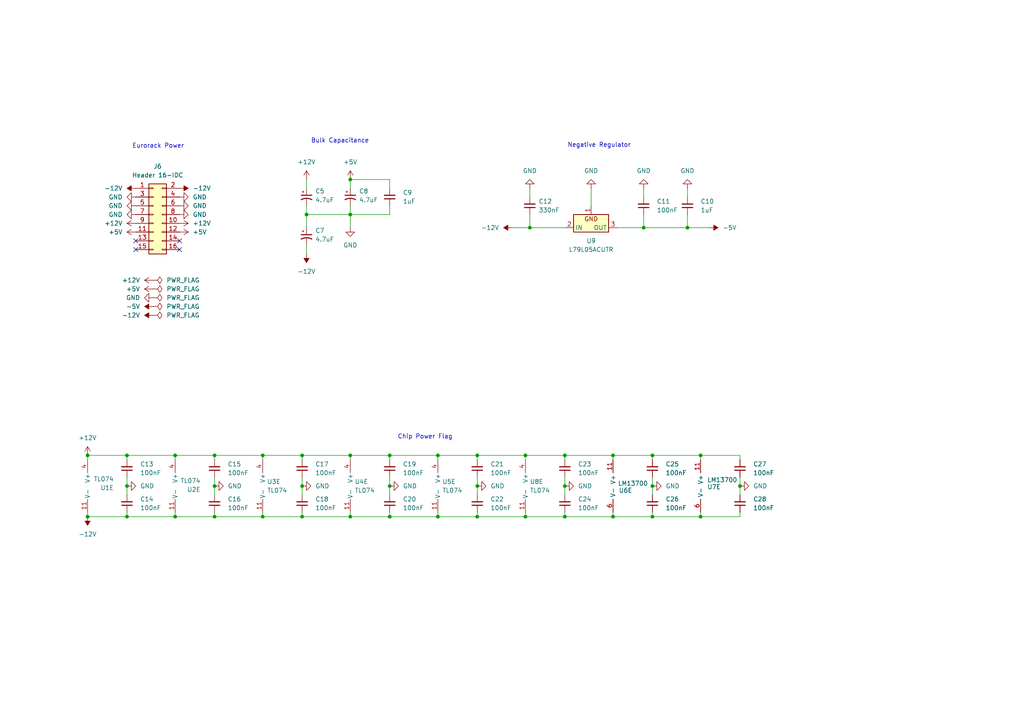
<source format=kicad_sch>
(kicad_sch (version 20250114) (generator "eeschema") (generator_version "9.0")
  (paper "A4")
  (lib_symbols
    (symbol "Amplifier_Operational:TL074" (pin_names (offset 0.127))
      (property "Reference" "U" (at 0 5.08 0))
      (property "Value" "TL074" (at 0 -5.08 0))
      (symbol "TL074_1_1"
        (polyline (pts (xy -5.08 5.08) (xy 5.08 0) (xy -5.08 -5.08) (xy -5.08 5.08)) (stroke (width 0.254)) (fill (type background)))
        (pin input line (at -7.62 2.54 0) (length 2.54) (name "+") (number "3"))
        (pin input line (at -7.62 -2.54 0) (length 2.54) (name "-") (number "2"))
        (pin output line (at 7.62 0 180) (length 2.54) (name "~") (number "1"))
      )
      (symbol "TL074_2_1"
        (polyline (pts (xy -5.08 5.08) (xy 5.08 0) (xy -5.08 -5.08) (xy -5.08 5.08)) (stroke (width 0.254)) (fill (type background)))
        (pin input line (at -7.62 2.54 0) (length 2.54) (name "+") (number "5"))
        (pin input line (at -7.62 -2.54 0) (length 2.54) (name "-") (number "6"))
        (pin output line (at 7.62 0 180) (length 2.54) (name "~") (number "7"))
      )
      (symbol "TL074_3_1"
        (polyline (pts (xy -5.08 5.08) (xy 5.08 0) (xy -5.08 -5.08) (xy -5.08 5.08)) (stroke (width 0.254)) (fill (type background)))
        (pin input line (at -7.62 2.54 0) (length 2.54) (name "+") (number "10"))
        (pin input line (at -7.62 -2.54 0) (length 2.54) (name "-") (number "9"))
        (pin output line (at 7.62 0 180) (length 2.54) (name "~") (number "8"))
      )
      (symbol "TL074_4_1"
        (polyline (pts (xy -5.08 5.08) (xy 5.08 0) (xy -5.08 -5.08) (xy -5.08 5.08)) (stroke (width 0.254)) (fill (type background)))
        (pin input line (at -7.62 2.54 0) (length 2.54) (name "+") (number "12"))
        (pin input line (at -7.62 -2.54 0) (length 2.54) (name "-") (number "13"))
        (pin output line (at 7.62 0 180) (length 2.54) (name "~") (number "14"))
      )
      (symbol "TL074_5_1"
        (pin power_in line (at -2.54 7.62 270) (length 3.81) (name "V+") (number "4"))
        (pin power_in line (at -2.54 -7.62 90) (length 3.81) (name "V-") (number "11"))
      )
    )
    (symbol "Connector_Generic:Conn_02x08_Odd_Even" (pin_names (offset 1.016) (hide yes))
      (property "Reference" "J" (at 1.27 10.16 0))
      (property "Value" "Conn_02x08_Odd_Even" (at 1.27 -12.7 0))
      (symbol "Conn_02x08_Odd_Even_1_1"
        (rectangle (start -1.27 8.89) (end 3.81 -11.43) (stroke (width 0.254)) (fill (type background)))
        (rectangle (start -1.27 7.747) (end 0 7.493) (stroke (width 0.1524)))
        (rectangle (start -1.27 5.207) (end 0 4.953) (stroke (width 0.1524)))
        (rectangle (start -1.27 2.667) (end 0 2.413) (stroke (width 0.1524)))
        (rectangle (start -1.27 0.127) (end 0 -0.127) (stroke (width 0.1524)))
        (rectangle (start -1.27 -2.413) (end 0 -2.667) (stroke (width 0.1524)))
        (rectangle (start -1.27 -4.953) (end 0 -5.207) (stroke (width 0.1524)))
        (rectangle (start -1.27 -7.493) (end 0 -7.747) (stroke (width 0.1524)))
        (rectangle (start -1.27 -10.033) (end 0 -10.287) (stroke (width 0.1524)))
        (rectangle (start 3.81 7.747) (end 2.54 7.493) (stroke (width 0.1524)))
        (rectangle (start 3.81 5.207) (end 2.54 4.953) (stroke (width 0.1524)))
        (rectangle (start 3.81 2.667) (end 2.54 2.413) (stroke (width 0.1524)))
        (rectangle (start 3.81 0.127) (end 2.54 -0.127) (stroke (width 0.1524)))
        (rectangle (start 3.81 -2.413) (end 2.54 -2.667) (stroke (width 0.1524)))
        (rectangle (start 3.81 -4.953) (end 2.54 -5.207) (stroke (width 0.1524)))
        (rectangle (start 3.81 -7.493) (end 2.54 -7.747) (stroke (width 0.1524)))
        (rectangle (start 3.81 -10.033) (end 2.54 -10.287) (stroke (width 0.1524)))
        (pin passive line (at -5.08 7.62 0) (length 3.81) (name "Pin_1") (number "1"))
        (pin passive line (at -5.08 5.08 0) (length 3.81) (name "Pin_3") (number "3"))
        (pin passive line (at -5.08 2.54 0) (length 3.81) (name "Pin_5") (number "5"))
        (pin passive line (at -5.08 0 0) (length 3.81) (name "Pin_7") (number "7"))
        (pin passive line (at -5.08 -2.54 0) (length 3.81) (name "Pin_9") (number "9"))
        (pin passive line (at -5.08 -5.08 0) (length 3.81) (name "Pin_11") (number "11"))
        (pin passive line (at -5.08 -7.62 0) (length 3.81) (name "Pin_13") (number "13"))
        (pin passive line (at -5.08 -10.16 0) (length 3.81) (name "Pin_15") (number "15"))
        (pin passive line (at 7.62 7.62 180) (length 3.81) (name "Pin_2") (number "2"))
        (pin passive line (at 7.62 5.08 180) (length 3.81) (name "Pin_4") (number "4"))
        (pin passive line (at 7.62 2.54 180) (length 3.81) (name "Pin_6") (number "6"))
        (pin passive line (at 7.62 0 180) (length 3.81) (name "Pin_8") (number "8"))
        (pin passive line (at 7.62 -2.54 180) (length 3.81) (name "Pin_10") (number "10"))
        (pin passive line (at 7.62 -5.08 180) (length 3.81) (name "Pin_12") (number "12"))
        (pin passive line (at 7.62 -7.62 180) (length 3.81) (name "Pin_14") (number "14"))
        (pin passive line (at 7.62 -10.16 180) (length 3.81) (name "Pin_16") (number "16"))
      )
    )
    (symbol "Device:C_Polarized_Small_US" (pin_numbers (hide yes)) (pin_names (offset 0.254) (hide yes))
      (property "Reference" "C" (at 0.254 1.778 0))
      (property "Value" "C_Polarized_Small_US" (at 0.254 -2.032 0))
      (symbol "C_Polarized_Small_US_0_1"
        (polyline (pts (xy -1.524 0.508) (xy 1.524 0.508)) (stroke (width 0.3048)))
        (polyline (pts (xy -1.27 1.524) (xy -0.762 1.524)))
        (polyline (pts (xy -1.016 1.27) (xy -1.016 1.778)))
        (arc (start -1.524 -0.762) (mid 0 -0.3734) (end 1.524 -0.762) (stroke (width 0.3048)))
      )
      (symbol "C_Polarized_Small_US_1_1"
        (pin passive line (at 0 2.54 270) (length 2.032) (name "~") (number "1"))
        (pin passive line (at 0 -2.54 90) (length 2.032) (name "~") (number "2"))
      )
    )
    (symbol "Device:C_Small" (pin_numbers (hide yes)) (pin_names (offset 0.254) (hide yes))
      (property "Reference" "C" (at 0.254 1.778 0))
      (property "Value" "C_Small" (at 0.254 -2.032 0))
      (symbol "C_Small_0_1"
        (polyline (pts (xy -1.524 0.508) (xy 1.524 0.508)) (stroke (width 0.3048)))
        (polyline (pts (xy -1.524 -0.508) (xy 1.524 -0.508)) (stroke (width 0.3302)))
      )
      (symbol "C_Small_1_1"
        (pin passive line (at 0 2.54 270) (length 2.032) (name "~") (number "1"))
        (pin passive line (at 0 -2.54 90) (length 2.032) (name "~") (number "2"))
      )
    )
    (symbol "OspreyIntruments:LM13700"
      (property "Reference" "U" (at -4.572 6.096 0))
      (property "Value" "LM13700" (at 3.81 -6.858 0))
      (symbol "LM13700_1_1"
        (polyline (pts (xy -0.0368 -0.0347) (xy 0.6414 -0.0347)))
        (polyline (pts (xy 0 -2.54) (xy 0.6697 -2.5399) (xy 0.6683 -1.4723)))
        (polyline (pts (xy 0.2886 1.7012) (xy 0.9939 1.7012)))
        (polyline (pts (xy 0.6412 1.8369) (xy 0.6412 2.5421) (xy 0.0987 2.5421)))
        (polyline (pts (xy 0.6538 1.674) (xy 0.2886 1.023) (xy 0.9668 1.023) (xy 0.6538 1.674)) (fill (type outline)))
        (polyline (pts (xy 0.6683 -0.55) (xy 0.6683 0.8604)))
        (polyline (pts (xy 0.6954 -1.2553) (xy 1.0606 -0.6043) (xy 0.3824 -0.6043) (xy 0.6954 -1.2553)) (fill (type outline)))
        (polyline (pts (xy 1.0606 -1.2825) (xy 0.3553 -1.2825)))
        (polyline (pts (xy 10.16 0) (xy 0 -5.08) (xy 0 5.08) (xy 10.16 0)) (stroke (width 0.254)) (fill (type background)))
        (circle (center 11.43 0) (radius 1.27) (stroke (width 0.254)))
        (circle (center 12.7 0) (radius 1.27) (stroke (width 0.254)))
        (pin input line (at -2.54 2.54 0) (length 2.54) (name "-") (number "13"))
        (pin input line (at -2.54 0 0) (length 2.54) (name "DIODE_BIAS") (number "15"))
        (pin input line (at -2.54 -2.54 0) (length 2.54) (name "+") (number "14"))
        (pin input line (at 12.7 -3.81 90) (length 2.54) (name "~") (number "16"))
        (pin output line (at 16.51 0 180) (length 2.54) (name "~") (number "12"))
      )
      (symbol "LM13700_2_1"
        (polyline (pts (xy -0.0368 -0.0347) (xy 0.6414 -0.0347)))
        (polyline (pts (xy 0 -2.54) (xy 0.6697 -2.5399) (xy 0.6683 -1.4723)))
        (polyline (pts (xy 0.2886 1.7012) (xy 0.9939 1.7012)))
        (polyline (pts (xy 0.6412 1.8369) (xy 0.6412 2.5421) (xy 0.0987 2.5421)))
        (polyline (pts (xy 0.6538 1.674) (xy 0.2886 1.023) (xy 0.9668 1.023) (xy 0.6538 1.674)) (fill (type outline)))
        (polyline (pts (xy 0.6683 -0.55) (xy 0.6683 0.8604)))
        (polyline (pts (xy 0.6954 -1.2553) (xy 1.0606 -0.6043) (xy 0.3824 -0.6043) (xy 0.6954 -1.2553)) (fill (type outline)))
        (polyline (pts (xy 1.0606 -1.2825) (xy 0.3553 -1.2825)))
        (polyline (pts (xy 10.16 0) (xy 0 -5.08) (xy 0 5.08) (xy 10.16 0)) (stroke (width 0.254)) (fill (type background)))
        (circle (center 11.43 0) (radius 1.27) (stroke (width 0.254)))
        (circle (center 12.7 0) (radius 1.27) (stroke (width 0.254)))
        (pin input line (at -2.54 2.54 0) (length 2.54) (name "-") (number "4"))
        (pin input line (at -2.54 0 0) (length 2.54) (name "DIODE_BIAS") (number "2"))
        (pin input line (at -2.54 -2.54 0) (length 2.54) (name "+") (number "3"))
        (pin input line (at 12.7 -3.81 90) (length 2.54) (name "~") (number "1"))
        (pin output line (at 16.51 0 180) (length 2.54) (name "~") (number "5"))
      )
      (symbol "LM13700_3_0"
        (polyline (pts (xy 0.635 2.54) (xy -0.635 2.54)))
      )
      (symbol "LM13700_3_1"
        (polyline (pts (xy -1.27 1.27) (xy -1.27 -1.27)))
        (polyline (pts (xy -1.27 0.635) (xy 0 1.27) (xy 0 1.905) (xy 0 2.54)))
        (polyline (pts (xy -1.27 -0.635) (xy 0 -1.27)))
        (circle (center 0 1.905) (radius 0.254) (stroke (width 0.254)) (fill (type outline)))
        (polyline (pts (xy 0 0) (xy 0 -2.54)))
        (polyline (pts (xy 0 -0.635) (xy 1.27 0) (xy 1.27 1.905) (xy 0 1.905)))
        (polyline (pts (xy 0 -1.27) (xy -0.635 -0.635) (xy -0.635 -1.27) (xy 0 -1.27)) (fill (type outline)))
        (polyline (pts (xy 0 -1.905) (xy 1.27 -2.54)))
        (polyline (pts (xy 1.27 -2.54) (xy 0.635 -1.905) (xy 0.635 -2.54) (xy 1.27 -2.54)) (fill (type outline)))
        (text "V+" (at 0 3.81 0) (effects (font (size 1.27 1.27))))
        (pin input line (at -5.08 0 0) (length 3.81) (name "~") (number "10"))
        (pin output line (at 5.08 -2.54 180) (length 3.81) (name "~") (number "9"))
      )
      (symbol "LM13700_4_0"
        (polyline (pts (xy -0.635 2.54) (xy 0.635 2.54)))
        (text "V+" (at 0 3.81 0) (effects (font (size 1.27 1.27))))
      )
      (symbol "LM13700_4_1"
        (polyline (pts (xy -1.27 1.27) (xy -1.27 -1.27)))
        (polyline (pts (xy -1.27 0.635) (xy 0 1.27) (xy 0 2.54)))
        (polyline (pts (xy -1.27 -0.635) (xy 0 -1.27)))
        (circle (center 0 1.905) (radius 0.254) (stroke (width 0.254)) (fill (type outline)))
        (polyline (pts (xy 0 0) (xy 0 -2.54)))
        (polyline (pts (xy 0 -0.635) (xy 1.27 0) (xy 1.27 1.905) (xy 0 1.905)))
        (polyline (pts (xy 0 -1.27) (xy -0.635 -0.635) (xy -0.635 -1.27) (xy 0 -1.27)) (fill (type outline)))
        (polyline (pts (xy 0 -1.905) (xy 1.27 -2.54)))
        (polyline (pts (xy 1.27 -2.54) (xy 0.635 -1.905) (xy 0.635 -2.54) (xy 1.27 -2.54)) (fill (type outline)))
        (pin input line (at -5.08 0 0) (length 3.81) (name "~") (number "7"))
        (pin output line (at 5.08 -2.54 180) (length 3.81) (name "~") (number "8"))
      )
      (symbol "LM13700_5_1"
        (pin power_in line (at 0 7.62 270) (length 3.81) (name "V+") (number "11"))
        (pin power_in line (at 0 -7.62 90) (length 3.81) (name "V-") (number "6"))
      )
    )
    (symbol "PCM_Voltage_Regulator_AKL:L79L05ACUTR"
      (property "Reference" "U" (at 0 -3.81 0))
      (property "Value" "L79L05ACUTR" (at 0 -6.35 0))
      (symbol "L79L05ACUTR_0_0"
        (rectangle (start -5.08 3.81) (end 5.08 -1.27) (stroke (width 0.254)) (fill (type background)))
        (text "GND" (at 0 2.54 0) (effects (font (size 1.27 1.27))))
      )
      (symbol "L79L05ACUTR_1_1"
        (pin power_in line (at -7.62 0 0) (length 2.54) (name "IN") (number "2"))
        (pin power_in line (at 0 6.35 270) (length 2.54) (name "~") (number "1"))
        (pin power_out line (at 7.62 0 180) (length 2.54) (name "OUT") (number "3"))
      )
    )
    (symbol "power:+12V" (power) (pin_numbers (hide yes)) (pin_names (offset 0) (hide yes))
      (property "Value" "+12V" (at 0 3.556 0))
      (symbol "+12V_0_1"
        (polyline (pts (xy -0.762 1.27) (xy 0 2.54)))
        (polyline (pts (xy 0 2.54) (xy 0.762 1.27)))
        (polyline (pts (xy 0 0) (xy 0 2.54)))
      )
      (symbol "+12V_1_1"
        (pin power_in line (at 0 0 90) (length 0) (name "~") (number "1"))
      )
    )
    (symbol "power:+5V" (power) (pin_numbers (hide yes)) (pin_names (offset 0) (hide yes))
      (property "Value" "+5V" (at 0 3.556 0))
      (symbol "+5V_0_1"
        (polyline (pts (xy -0.762 1.27) (xy 0 2.54)))
        (polyline (pts (xy 0 2.54) (xy 0.762 1.27)))
        (polyline (pts (xy 0 0) (xy 0 2.54)))
      )
      (symbol "+5V_1_1"
        (pin power_in line (at 0 0 90) (length 0) (name "~") (number "1"))
      )
    )
    (symbol "power:-12V" (power) (pin_numbers (hide yes)) (pin_names (offset 0) (hide yes))
      (property "Value" "-12V" (at 0 3.556 0))
      (symbol "-12V_0_0"
        (pin power_in line (at 0 0 90) (length 0) (name "~") (number "1"))
      )
      (symbol "-12V_0_1"
        (polyline (pts (xy 0 0) (xy 0 1.27) (xy 0.762 1.27) (xy 0 2.54) (xy -0.762 1.27) (xy 0 1.27)) (fill (type outline)))
      )
    )
    (symbol "power:-5V" (power) (pin_numbers (hide yes)) (pin_names (offset 0) (hide yes))
      (property "Value" "-5V" (at 0 3.556 0))
      (symbol "-5V_0_0"
        (pin power_in line (at 0 0 90) (length 0) (name "~") (number "1"))
      )
      (symbol "-5V_0_1"
        (polyline (pts (xy 0 0) (xy 0 1.27) (xy 0.762 1.27) (xy 0 2.54) (xy -0.762 1.27) (xy 0 1.27)) (fill (type outline)))
      )
    )
    (symbol "power:GND" (power) (pin_numbers (hide yes)) (pin_names (offset 0) (hide yes))
      (property "Value" "GND" (at 0 -3.81 0))
      (symbol "GND_0_1"
        (polyline (pts (xy 0 0) (xy 0 -1.27) (xy 1.27 -1.27) (xy 0 -2.54) (xy -1.27 -1.27) (xy 0 -1.27)))
      )
      (symbol "GND_1_1"
        (pin power_in line (at 0 0 270) (length 0) (name "~") (number "1"))
      )
    )
    (symbol "power:PWR_FLAG" (power) (pin_numbers (hide yes)) (pin_names (offset 0) (hide yes))
      (property "Value" "PWR_FLAG" (at 0 3.81 0))
      (symbol "PWR_FLAG_0_0"
        (pin power_out line (at 0 0 90) (length 0) (name "~") (number "1"))
      )
      (symbol "PWR_FLAG_0_1"
        (polyline (pts (xy 0 0) (xy 0 1.27) (xy -1.016 1.905) (xy 0 2.54) (xy 1.016 1.905) (xy 0 1.27)))
      )
    )
  )
  (text "Negative Regulator" (at 164.592 42.164 0) (effects (font (size 1.27 1.27)) (justify left)))
  (text "Eurorack Power" (at 38.354 42.418 0) (effects (font (size 1.27 1.27)) (justify left)))
  (text "Chip Power Flag" (at 115.316 126.746 0) (effects (font (size 1.27 1.27)) (justify left)))
  (text "Bulk Capacitance" (at 90.17 40.894 0) (effects (font (size 1.27 1.27)) (justify left)))
  (junction (at 177.8 149.86))
  (junction (at 101.6 62.23))
  (junction (at 127 132.08))
  (junction (at 76.2 132.08))
  (junction (at 214.63 140.97))
  (junction (at 50.8 132.08))
  (junction (at 113.03 140.97))
  (junction (at 138.43 132.08))
  (junction (at 62.23 140.97))
  (junction (at 88.9 62.23))
  (junction (at 101.6 132.08))
  (junction (at 189.23 149.86))
  (junction (at 163.83 149.86))
  (junction (at 62.23 149.86))
  (junction (at 113.03 132.08))
  (junction (at 87.63 132.08))
  (junction (at 25.4 132.08))
  (junction (at 25.4 149.86))
  (junction (at 189.23 140.97))
  (junction (at 138.43 140.97))
  (junction (at 153.67 66.04))
  (junction (at 177.8 132.08))
  (junction (at 76.2 149.86))
  (junction (at 152.4 149.86))
  (junction (at 163.83 132.08))
  (junction (at 36.83 149.86))
  (junction (at 127 149.86))
  (junction (at 189.23 132.08))
  (junction (at 50.8 149.86))
  (junction (at 62.23 132.08))
  (junction (at 203.2 149.86))
  (junction (at 101.6 52.07))
  (junction (at 87.63 140.97))
  (junction (at 203.2 132.08))
  (junction (at 163.83 140.97))
  (junction (at 199.39 66.04))
  (junction (at 36.83 140.97))
  (junction (at 138.43 149.86))
  (junction (at 186.69 66.04))
  (junction (at 152.4 132.08))
  (junction (at 113.03 149.86))
  (junction (at 36.83 132.08))
  (junction (at 87.63 149.86))
  (junction (at 101.6 149.86))
  (no_connect (at 39.37 72.39))
  (no_connect (at 39.37 69.85))
  (no_connect (at 52.07 72.39))
  (no_connect (at 52.07 69.85))
  (wire (pts (xy 101.6 59.69) (xy 101.6 62.23)))
  (wire (pts (xy 62.23 149.86) (xy 62.23 148.59)))
  (wire (pts (xy 88.9 73.66) (xy 88.9 71.12)))
  (wire (pts (xy 177.8 148.59) (xy 177.8 149.86)))
  (wire (pts (xy 138.43 138.43) (xy 138.43 140.97)))
  (wire (pts (xy 113.03 52.07) (xy 101.6 52.07)))
  (wire (pts (xy 152.4 149.86) (xy 163.83 149.86)))
  (wire (pts (xy 203.2 148.59) (xy 203.2 149.86)))
  (wire (pts (xy 189.23 133.35) (xy 189.23 132.08)))
  (wire (pts (xy 127 132.08) (xy 138.43 132.08)))
  (wire (pts (xy 189.23 132.08) (xy 203.2 132.08)))
  (wire (pts (xy 101.6 149.86) (xy 113.03 149.86)))
  (wire (pts (xy 138.43 133.35) (xy 138.43 132.08)))
  (wire (pts (xy 203.2 149.86) (xy 214.63 149.86)))
  (wire (pts (xy 113.03 140.97) (xy 113.03 143.51)))
  (wire (pts (xy 50.8 132.08) (xy 36.83 132.08)))
  (wire (pts (xy 87.63 140.97) (xy 87.63 143.51)))
  (wire (pts (xy 163.83 132.08) (xy 177.8 132.08)))
  (wire (pts (xy 50.8 149.86) (xy 62.23 149.86)))
  (wire (pts (xy 101.6 132.08) (xy 113.03 132.08)))
  (wire (pts (xy 113.03 62.23) (xy 101.6 62.23)))
  (wire (pts (xy 101.6 148.59) (xy 101.6 149.86)))
  (wire (pts (xy 62.23 132.08) (xy 50.8 132.08)))
  (wire (pts (xy 177.8 132.08) (xy 177.8 133.35)))
  (wire (pts (xy 113.03 149.86) (xy 113.03 148.59)))
  (wire (pts (xy 179.07 66.04) (xy 186.69 66.04)))
  (wire (pts (xy 25.4 132.08) (xy 25.4 133.35)))
  (wire (pts (xy 152.4 148.59) (xy 152.4 149.86)))
  (wire (pts (xy 101.6 132.08) (xy 101.6 133.35)))
  (wire (pts (xy 36.83 132.08) (xy 25.4 132.08)))
  (wire (pts (xy 153.67 62.23) (xy 153.67 66.04)))
  (wire (pts (xy 127 149.86) (xy 138.43 149.86)))
  (wire (pts (xy 163.83 149.86) (xy 177.8 149.86)))
  (wire (pts (xy 148.59 66.04) (xy 153.67 66.04)))
  (wire (pts (xy 50.8 149.86) (xy 36.83 149.86)))
  (wire (pts (xy 177.8 149.86) (xy 189.23 149.86)))
  (wire (pts (xy 138.43 132.08) (xy 152.4 132.08)))
  (wire (pts (xy 62.23 132.08) (xy 76.2 132.08)))
  (wire (pts (xy 214.63 149.86) (xy 214.63 148.59)))
  (wire (pts (xy 113.03 138.43) (xy 113.03 140.97)))
  (wire (pts (xy 163.83 133.35) (xy 163.83 132.08)))
  (wire (pts (xy 101.6 62.23) (xy 101.6 66.04)))
  (wire (pts (xy 186.69 54.61) (xy 186.69 57.15)))
  (wire (pts (xy 203.2 132.08) (xy 203.2 133.35)))
  (wire (pts (xy 186.69 66.04) (xy 199.39 66.04)))
  (wire (pts (xy 87.63 132.08) (xy 101.6 132.08)))
  (wire (pts (xy 153.67 54.61) (xy 153.67 57.15)))
  (wire (pts (xy 36.83 140.97) (xy 36.83 143.51)))
  (wire (pts (xy 62.23 140.97) (xy 62.23 143.51)))
  (wire (pts (xy 62.23 133.35) (xy 62.23 132.08)))
  (wire (pts (xy 214.63 133.35) (xy 214.63 132.08)))
  (wire (pts (xy 113.03 54.61) (xy 113.03 52.07)))
  (wire (pts (xy 127 132.08) (xy 127 133.35)))
  (wire (pts (xy 152.4 132.08) (xy 152.4 133.35)))
  (wire (pts (xy 127 148.59) (xy 127 149.86)))
  (wire (pts (xy 189.23 140.97) (xy 189.23 143.51)))
  (wire (pts (xy 88.9 62.23) (xy 101.6 62.23)))
  (wire (pts (xy 87.63 133.35) (xy 87.63 132.08)))
  (wire (pts (xy 36.83 133.35) (xy 36.83 132.08)))
  (wire (pts (xy 189.23 149.86) (xy 203.2 149.86)))
  (wire (pts (xy 186.69 62.23) (xy 186.69 66.04)))
  (wire (pts (xy 138.43 149.86) (xy 138.43 148.59)))
  (wire (pts (xy 36.83 149.86) (xy 36.83 148.59)))
  (wire (pts (xy 50.8 148.59) (xy 50.8 149.86)))
  (wire (pts (xy 163.83 138.43) (xy 163.83 140.97)))
  (wire (pts (xy 88.9 62.23) (xy 88.9 59.69)))
  (wire (pts (xy 88.9 54.61) (xy 88.9 52.07)))
  (wire (pts (xy 138.43 149.86) (xy 152.4 149.86)))
  (wire (pts (xy 199.39 54.61) (xy 199.39 57.15)))
  (wire (pts (xy 214.63 140.97) (xy 214.63 143.51)))
  (wire (pts (xy 101.6 52.07) (xy 101.6 54.61)))
  (wire (pts (xy 25.4 149.86) (xy 36.83 149.86)))
  (wire (pts (xy 199.39 66.04) (xy 205.74 66.04)))
  (wire (pts (xy 203.2 132.08) (xy 214.63 132.08)))
  (wire (pts (xy 189.23 138.43) (xy 189.23 140.97)))
  (wire (pts (xy 152.4 132.08) (xy 163.83 132.08)))
  (wire (pts (xy 171.45 54.61) (xy 171.45 59.69)))
  (wire (pts (xy 113.03 59.69) (xy 113.03 62.23)))
  (wire (pts (xy 199.39 62.23) (xy 199.39 66.04)))
  (wire (pts (xy 76.2 132.08) (xy 76.2 133.35)))
  (wire (pts (xy 153.67 66.04) (xy 163.83 66.04)))
  (wire (pts (xy 76.2 149.86) (xy 87.63 149.86)))
  (wire (pts (xy 189.23 149.86) (xy 189.23 148.59)))
  (wire (pts (xy 113.03 133.35) (xy 113.03 132.08)))
  (wire (pts (xy 76.2 132.08) (xy 87.63 132.08)))
  (wire (pts (xy 25.4 149.86) (xy 25.4 148.59)))
  (wire (pts (xy 62.23 149.86) (xy 76.2 149.86)))
  (wire (pts (xy 214.63 138.43) (xy 214.63 140.97)))
  (wire (pts (xy 50.8 133.35) (xy 50.8 132.08)))
  (wire (pts (xy 87.63 149.86) (xy 87.63 148.59)))
  (wire (pts (xy 88.9 66.04) (xy 88.9 62.23)))
  (wire (pts (xy 113.03 149.86) (xy 127 149.86)))
  (wire (pts (xy 138.43 140.97) (xy 138.43 143.51)))
  (wire (pts (xy 87.63 138.43) (xy 87.63 140.97)))
  (wire (pts (xy 163.83 149.86) (xy 163.83 148.59)))
  (wire (pts (xy 177.8 132.08) (xy 189.23 132.08)))
  (wire (pts (xy 76.2 148.59) (xy 76.2 149.86)))
  (wire (pts (xy 62.23 138.43) (xy 62.23 140.97)))
  (wire (pts (xy 113.03 132.08) (xy 127 132.08)))
  (wire (pts (xy 87.63 149.86) (xy 101.6 149.86)))
  (wire (pts (xy 36.83 138.43) (xy 36.83 140.97)))
  (wire (pts (xy 163.83 140.97) (xy 163.83 143.51)))
  (symbol (lib_id "Device:C_Small") (at 62.23 135.89 180) (unit 1)
    (property "Reference" "C15" (at 66.04 134.6135 0) (effects (justify right)))
    (property "Value" "100nF" (at 66.04 137.1535 0) (effects (justify right)))
    (property "Footprint" "Capacitor_SMD:C_0805_2012Metric" (effects (hide yes)))
    (property "Description" "Unpolarized capacitor, small symbol" (effects (hide yes)))
  )
  (symbol (lib_id "Amplifier_Operational:TL074") (at 154.94 140.97 0) (unit 5)
    (property "Reference" "U8" (at 153.67 139.6999 0) (effects (justify left)))
    (property "Value" "TL074" (at 153.67 142.2399 0) (effects (justify left)))
    (property "Datasheet" "http://www.ti.com/lit/ds/symlink/tl071.pdf" (effects (hide yes)))
    (property "Description" "Quad Low-Noise JFET-Input Operational Amplifiers, DIP-14/SOIC-14" (effects (hide yes)))
  )
  (symbol (lib_id "power:-12V") (at 88.9 73.66 180) (unit 1)
    (property "Reference" "#PWR077" (effects (hide yes)))
    (property "Value" "-12V" (at 88.9 78.74 0))
    (property "Description" "Power symbol creates a global label with name \"-12V\"" (effects (hide yes)))
  )
  (symbol (lib_id "power:GND") (at 214.63 140.97 90) (unit 1)
    (property "Reference" "#PWR089" (effects (hide yes)))
    (property "Value" "GND" (at 218.44 140.9699 90) (effects (justify right)))
    (property "Description" "Power symbol creates a global label with name \"GND\" , ground" (effects (hide yes)))
  )
  (symbol (lib_id "power:-12V") (at 52.07 54.61 270) (unit 1)
    (property "Reference" "#PWR055" (effects (hide yes)))
    (property "Value" "-12V" (at 55.88 54.6099 90) (effects (justify left)))
    (property "Description" "Power symbol creates a global label with name \"-12V\"" (effects (hide yes)))
  )
  (symbol (lib_id "power:GND") (at 153.67 54.61 180) (unit 1)
    (property "Reference" "#PWR081" (effects (hide yes)))
    (property "Value" "GND" (at 153.67 49.53 0))
    (property "Description" "Power symbol creates a global label with name \"GND\" , ground" (effects (hide yes)))
  )
  (symbol (lib_id "PCM_Voltage_Regulator_AKL:L79L05ACUTR") (at 171.45 66.04 0) (unit 1)
    (property "Reference" "U9" (at 171.45 69.85 0))
    (property "Value" "L79L05ACUTR" (at 171.45 72.39 0))
    (property "Footprint" "PCM_Package_TO_SOT_SMD_AKL:SOT-89-3" (effects (hide yes)))
    (property "Datasheet" "https://www.st.com/resource/en/datasheet/l79l.pdf" (effects (hide yes)))
    (property "Description" "SOT-89 -5V 100mA negative voltage regulator, Alternate KiCad Library" (effects (hide yes)))
    (property "Manufacturer" "STMicroelectronics" (effects (hide yes)))
    (property "Part Number" "L79L05ACUTR" (effects (hide yes)))
  )
  (symbol (lib_id "Device:C_Small") (at 189.23 135.89 180) (unit 1)
    (property "Reference" "C25" (at 193.04 134.6135 0) (effects (justify right)))
    (property "Value" "100nF" (at 193.04 137.1535 0) (effects (justify right)))
    (property "Footprint" "Capacitor_SMD:C_0805_2012Metric" (effects (hide yes)))
    (property "Description" "Unpolarized capacitor, small symbol" (effects (hide yes)))
  )
  (symbol (lib_id "Device:C_Small") (at 214.63 135.89 180) (unit 1)
    (property "Reference" "C27" (at 218.44 134.6135 0) (effects (justify right)))
    (property "Value" "100nF" (at 218.44 137.1535 0) (effects (justify right)))
    (property "Footprint" "Capacitor_SMD:C_0805_2012Metric" (effects (hide yes)))
    (property "Description" "Unpolarized capacitor, small symbol" (effects (hide yes)))
  )
  (symbol (lib_id "power:GND") (at 39.37 62.23 270) (unit 1)
    (property "Reference" "#PWR048" (effects (hide yes)))
    (property "Value" "GND" (at 35.56 62.2299 90) (effects (justify right)))
    (property "Description" "Power symbol creates a global label with name \"GND\" , ground" (effects (hide yes)))
  )
  (symbol (lib_id "Device:C_Small") (at 36.83 135.89 180) (unit 1)
    (property "Reference" "C13" (at 40.64 134.6135 0) (effects (justify right)))
    (property "Value" "100nF" (at 40.64 137.1535 0) (effects (justify right)))
    (property "Footprint" "Capacitor_SMD:C_0805_2012Metric" (effects (hide yes)))
    (property "Description" "Unpolarized capacitor, small symbol" (effects (hide yes)))
  )
  (symbol (lib_id "power:GND") (at 171.45 54.61 180) (unit 1)
    (property "Reference" "#PWR032" (effects (hide yes)))
    (property "Value" "GND" (at 171.45 49.53 0))
    (property "Description" "Power symbol creates a global label with name \"GND\" , ground" (effects (hide yes)))
  )
  (symbol (lib_id "power:GND") (at 163.83 140.97 90) (unit 1)
    (property "Reference" "#PWR087" (effects (hide yes)))
    (property "Value" "GND" (at 167.64 140.9699 90) (effects (justify right)))
    (property "Description" "Power symbol creates a global label with name \"GND\" , ground" (effects (hide yes)))
  )
  (symbol (lib_id "power:-12V") (at 148.59 66.04 90) (unit 1)
    (property "Reference" "#PWR033" (effects (hide yes)))
    (property "Value" "-12V" (at 144.78 66.0399 90) (effects (justify left)))
    (property "Description" "Power symbol creates a global label with name \"-12V\"" (effects (hide yes)))
  )
  (symbol (lib_id "power:GND") (at 52.07 57.15 90) (unit 1)
    (property "Reference" "#PWR056" (effects (hide yes)))
    (property "Value" "GND" (at 55.88 57.1499 90) (effects (justify right)))
    (property "Description" "Power symbol creates a global label with name \"GND\" , ground" (effects (hide yes)))
  )
  (symbol (lib_id "Device:C_Small") (at 163.83 135.89 180) (unit 1)
    (property "Reference" "C23" (at 167.64 134.6135 0) (effects (justify right)))
    (property "Value" "100nF" (at 167.64 137.1535 0) (effects (justify right)))
    (property "Footprint" "Capacitor_SMD:C_0805_2012Metric" (effects (hide yes)))
    (property "Description" "Unpolarized capacitor, small symbol" (effects (hide yes)))
  )
  (symbol (lib_id "Device:C_Polarized_Small_US") (at 88.9 68.58 0) (unit 1)
    (property "Reference" "C7" (at 91.44 66.8781 0) (effects (justify left)))
    (property "Value" "4.7uF" (at 91.44 69.4181 0) (effects (justify left)))
    (property "Footprint" "Osprey:UCQ1E4R7MCL1GB" (effects (hide yes)))
    (property "Datasheet" "https://www.nichicon.co.jp/english/series_items/catalog_pdf/e-ucq.pdf" (effects (hide yes)))
    (property "Description" "4.7 µF 25 V Aluminum Electrolytic Capacitors Radial, Can - SMD 1000 Hrs @ 105°C" (effects (hide yes)))
    (property "Manufacturer" "Nichicon" (effects (hide yes)))
    (property "Part Number" "UCQ1E4R7MCL1GB" (effects (hide yes)))
  )
  (symbol (lib_id "Device:C_Small") (at 186.69 59.69 180) (unit 1)
    (property "Reference" "C11" (at 190.5 58.4135 0) (effects (justify right)))
    (property "Value" "100nF" (at 190.5 60.9535 0) (effects (justify right)))
    (property "Footprint" "Capacitor_SMD:C_0805_2012Metric" (effects (hide yes)))
    (property "Description" "Unpolarized capacitor, small symbol" (effects (hide yes)))
  )
  (symbol (lib_id "power:+12V") (at 44.45 81.28 90) (unit 1)
    (property "Reference" "#PWR051" (effects (hide yes)))
    (property "Value" "+12V" (at 40.64 81.2799 90) (effects (justify left)))
    (property "Description" "Power symbol creates a global label with name \"+12V\"" (effects (hide yes)))
  )
  (symbol (lib_id "power:+12V") (at 39.37 64.77 90) (unit 1)
    (property "Reference" "#PWR049" (effects (hide yes)))
    (property "Value" "+12V" (at 35.56 64.7699 90) (effects (justify left)))
    (property "Description" "Power symbol creates a global label with name \"+12V\"" (effects (hide yes)))
  )
  (symbol (lib_id "power:-5V") (at 44.45 88.9 90) (unit 1)
    (property "Reference" "#PWR090" (effects (hide yes)))
    (property "Value" "-5V" (at 40.64 88.8999 90) (effects (justify left)))
    (property "Description" "Power symbol creates a global label with name \"-5V\"" (effects (hide yes)))
  )
  (symbol (lib_id "power:GND") (at 52.07 59.69 90) (unit 1)
    (property "Reference" "#PWR072" (effects (hide yes)))
    (property "Value" "GND" (at 55.88 59.6899 90) (effects (justify right)))
    (property "Description" "Power symbol creates a global label with name \"GND\" , ground" (effects (hide yes)))
  )
  (symbol (lib_id "power:GND") (at 39.37 59.69 270) (unit 1)
    (property "Reference" "#PWR047" (effects (hide yes)))
    (property "Value" "GND" (at 35.56 59.6899 90) (effects (justify right)))
    (property "Description" "Power symbol creates a global label with name \"GND\" , ground" (effects (hide yes)))
  )
  (symbol (lib_id "power:GND") (at 199.39 54.61 180) (unit 1)
    (property "Reference" "#PWR080" (effects (hide yes)))
    (property "Value" "GND" (at 199.39 49.53 0))
    (property "Description" "Power symbol creates a global label with name \"GND\" , ground" (effects (hide yes)))
  )
  (symbol (lib_id "Device:C_Small") (at 199.39 59.69 180) (unit 1)
    (property "Reference" "C10" (at 203.2 58.4135 0) (effects (justify right)))
    (property "Value" "1uF" (at 203.2 60.9535 0) (effects (justify right)))
    (property "Footprint" "Capacitor_SMD:C_0805_2012Metric" (effects (hide yes)))
    (property "Description" "Unpolarized capacitor, small symbol" (effects (hide yes)))
  )
  (symbol (lib_id "power:+5V") (at 101.6 52.07 0) (unit 1)
    (property "Reference" "#PWR078" (effects (hide yes)))
    (property "Value" "+5V" (at 101.6 46.99 0))
    (property "Description" "Power symbol creates a global label with name \"+5V\"" (effects (hide yes)))
  )
  (symbol (lib_id "Device:C_Small") (at 87.63 135.89 180) (unit 1)
    (property "Reference" "C17" (at 91.44 134.6135 0) (effects (justify right)))
    (property "Value" "100nF" (at 91.44 137.1535 0) (effects (justify right)))
    (property "Footprint" "Capacitor_SMD:C_0805_2012Metric" (effects (hide yes)))
    (property "Description" "Unpolarized capacitor, small symbol" (effects (hide yes)))
  )
  (symbol (lib_id "Device:C_Small") (at 113.03 57.15 180) (unit 1)
    (property "Reference" "C9" (at 116.84 55.8735 0) (effects (justify right)))
    (property "Value" "1uF" (at 116.84 58.4135 0) (effects (justify right)))
    (property "Footprint" "Capacitor_SMD:C_0805_2012Metric" (effects (hide yes)))
    (property "Description" "Unpolarized capacitor, small symbol" (effects (hide yes)))
  )
  (symbol (lib_id "Amplifier_Operational:TL074") (at 27.94 140.97 0) (unit 5)
    (property "Reference" "U1" (at 33.02 141.478 0) (effects (justify right)))
    (property "Value" "TL074" (at 33.02 138.938 0) (effects (justify right)))
    (property "Datasheet" "http://www.ti.com/lit/ds/symlink/tl071.pdf" (effects (hide yes)))
    (property "Description" "Quad Low-Noise JFET-Input Operational Amplifiers, DIP-14/SOIC-14" (effects (hide yes)))
  )
  (symbol (lib_id "power:+5V") (at 44.45 83.82 90) (unit 1)
    (property "Reference" "#PWR052" (effects (hide yes)))
    (property "Value" "+5V" (at 40.64 83.8199 90) (effects (justify left)))
    (property "Description" "Power symbol creates a global label with name \"+5V\"" (effects (hide yes)))
  )
  (symbol (lib_id "Amplifier_Operational:TL074") (at 78.74 140.97 0) (unit 5)
    (property "Reference" "U3" (at 77.47 139.6999 0) (effects (justify left)))
    (property "Value" "TL074" (at 77.47 142.2399 0) (effects (justify left)))
    (property "Datasheet" "http://www.ti.com/lit/ds/symlink/tl071.pdf" (effects (hide yes)))
    (property "Description" "Quad Low-Noise JFET-Input Operational Amplifiers, DIP-14/SOIC-14" (effects (hide yes)))
  )
  (symbol (lib_id "power:GND") (at 138.43 140.97 90) (unit 1)
    (property "Reference" "#PWR086" (effects (hide yes)))
    (property "Value" "GND" (at 142.24 140.9699 90) (effects (justify right)))
    (property "Description" "Power symbol creates a global label with name \"GND\" , ground" (effects (hide yes)))
  )
  (symbol (lib_id "OspreyIntruments:LM13700") (at 177.8 140.97 0) (unit 5)
    (property "Reference" "U6" (at 183.388 142.24 0) (effects (justify right)))
    (property "Value" "LM13700" (at 187.96 140.208 0) (effects (justify right)))
    (property "Footprint" "Package_SO:SOIC-16_3.9x9.9mm_P1.27mm" (effects (hide yes)))
    (property "Datasheet" "https://rocelec.widen.net/view/pdf/i0whh3ljrz/snosbw2f.pdf?t.download=true&u=5oefqw" (effects (hide yes)))
    (property "Description" "IC OPAMP TRANSCOND 2 CIRC 16SOIC" (effects (hide yes)))
    (property "Manufacturer" "Texas Instruments" (effects (hide yes)))
    (property "Part Number" "LM13700MX/NOPB" (effects (hide yes)))
  )
  (symbol (lib_id "Device:C_Small") (at 138.43 135.89 180) (unit 1)
    (property "Reference" "C21" (at 142.24 134.6135 0) (effects (justify right)))
    (property "Value" "100nF" (at 142.24 137.1535 0) (effects (justify right)))
    (property "Footprint" "Capacitor_SMD:C_0805_2012Metric" (effects (hide yes)))
    (property "Description" "Unpolarized capacitor, small symbol" (effects (hide yes)))
  )
  (symbol (lib_id "power:-12V") (at 39.37 54.61 90) (unit 1)
    (property "Reference" "#PWR045" (effects (hide yes)))
    (property "Value" "-12V" (at 35.56 54.6099 90) (effects (justify left)))
    (property "Description" "Power symbol creates a global label with name \"-12V\"" (effects (hide yes)))
  )
  (symbol (lib_id "Device:C_Small") (at 113.03 135.89 180) (unit 1)
    (property "Reference" "C19" (at 116.84 134.6135 0) (effects (justify right)))
    (property "Value" "100nF" (at 116.84 137.1535 0) (effects (justify right)))
    (property "Footprint" "Capacitor_SMD:C_0805_2012Metric" (effects (hide yes)))
    (property "Description" "Unpolarized capacitor, small symbol" (effects (hide yes)))
  )
  (symbol (lib_id "Amplifier_Operational:TL074") (at 129.54 140.97 0) (unit 5)
    (property "Reference" "U5" (at 128.27 139.6999 0) (effects (justify left)))
    (property "Value" "TL074" (at 128.27 142.2399 0) (effects (justify left)))
    (property "Datasheet" "http://www.ti.com/lit/ds/symlink/tl071.pdf" (effects (hide yes)))
    (property "Description" "Quad Low-Noise JFET-Input Operational Amplifiers, DIP-14/SOIC-14" (effects (hide yes)))
  )
  (symbol (lib_id "power:PWR_FLAG") (at 44.45 81.28 270) (unit 1)
    (property "Reference" "#FLG01" (effects (hide yes)))
    (property "Value" "PWR_FLAG" (at 48.26 81.2799 90) (effects (justify left)))
    (property "Description" "Special symbol for telling ERC where power comes from" (effects (hide yes)))
  )
  (symbol (lib_id "power:+12V") (at 88.9 52.07 0) (unit 1)
    (property "Reference" "#PWR076" (effects (hide yes)))
    (property "Value" "+12V" (at 88.9 46.99 0))
    (property "Description" "Power symbol creates a global label with name \"+12V\"" (effects (hide yes)))
  )
  (symbol (lib_id "power:GND") (at 87.63 140.97 90) (unit 1)
    (property "Reference" "#PWR084" (effects (hide yes)))
    (property "Value" "GND" (at 91.44 140.9699 90) (effects (justify right)))
    (property "Description" "Power symbol creates a global label with name \"GND\" , ground" (effects (hide yes)))
  )
  (symbol (lib_id "Device:C_Small") (at 36.83 146.05 180) (unit 1)
    (property "Reference" "C14" (at 40.64 144.7735 0) (effects (justify right)))
    (property "Value" "100nF" (at 40.64 147.3135 0) (effects (justify right)))
    (property "Footprint" "Capacitor_SMD:C_0805_2012Metric" (effects (hide yes)))
    (property "Description" "Unpolarized capacitor, small symbol" (effects (hide yes)))
  )
  (symbol (lib_id "power:+5V") (at 52.07 67.31 270) (unit 1)
    (property "Reference" "#PWR075" (effects (hide yes)))
    (property "Value" "+5V" (at 55.88 67.3099 90) (effects (justify left)))
    (property "Description" "Power symbol creates a global label with name \"+5V\"" (effects (hide yes)))
  )
  (symbol (lib_id "power:GND") (at 189.23 140.97 90) (unit 1)
    (property "Reference" "#PWR088" (effects (hide yes)))
    (property "Value" "GND" (at 193.04 140.9699 90) (effects (justify right)))
    (property "Description" "Power symbol creates a global label with name \"GND\" , ground" (effects (hide yes)))
  )
  (symbol (lib_id "power:GND") (at 101.6 66.04 0) (unit 1)
    (property "Reference" "#PWR079" (effects (hide yes)))
    (property "Value" "GND" (at 101.6 71.12 0))
    (property "Description" "Power symbol creates a global label with name \"GND\" , ground" (effects (hide yes)))
  )
  (symbol (lib_id "power:+5V") (at 39.37 67.31 90) (unit 1)
    (property "Reference" "#PWR050" (effects (hide yes)))
    (property "Value" "+5V" (at 35.56 67.3099 90) (effects (justify left)))
    (property "Description" "Power symbol creates a global label with name \"+5V\"" (effects (hide yes)))
  )
  (symbol (lib_id "OspreyIntruments:LM13700") (at 203.2 140.97 0) (unit 5)
    (property "Reference" "U7" (at 209.042 141.224 0) (effects (justify right)))
    (property "Value" "LM13700" (at 213.868 139.192 0) (effects (justify right)))
    (property "Footprint" "Package_SO:SOIC-16_3.9x9.9mm_P1.27mm" (effects (hide yes)))
    (property "Datasheet" "https://rocelec.widen.net/view/pdf/i0whh3ljrz/snosbw2f.pdf?t.download=true&u=5oefqw" (effects (hide yes)))
    (property "Description" "IC OPAMP TRANSCOND 2 CIRC 16SOIC" (effects (hide yes)))
    (property "Manufacturer" "Texas Instruments" (effects (hide yes)))
    (property "Part Number" "LM13700MX/NOPB" (effects (hide yes)))
  )
  (symbol (lib_id "Connector_Generic:Conn_02x08_Odd_Even") (at 44.45 62.23 0) (unit 1)
    (property "Reference" "J6" (at 45.72 48.26 0))
    (property "Value" "Header 16-IDC" (at 45.72 50.8 0))
    (property "Footprint" "Connector_IDC:IDC-Header_2x08_P2.54mm_Vertical_SMD" (effects (hide yes)))
    (property "Description" "Generic connector, double row, 02x08, odd/even pin numbering scheme (row 1 odd numbers, row 2 even numbers), script generated (kicad-library-utils/schlib/autogen/connector/)" (effects (hide yes)))
    (property "Manufacturer" "CNC Tech" (effects (hide yes)))
    (property "Part Number" "3020-16-0300-00" (effects (hide yes)))
  )
  (symbol (lib_id "Device:C_Small") (at 163.83 146.05 180) (unit 1)
    (property "Reference" "C24" (at 167.64 144.7735 0) (effects (justify right)))
    (property "Value" "100nF" (at 167.64 147.3135 0) (effects (justify right)))
    (property "Footprint" "Capacitor_SMD:C_0805_2012Metric" (effects (hide yes)))
    (property "Description" "Unpolarized capacitor, small symbol" (effects (hide yes)))
  )
  (symbol (lib_id "Device:C_Small") (at 214.63 146.05 180) (unit 1)
    (property "Reference" "C28" (at 218.44 144.7735 0) (effects (justify right)))
    (property "Value" "100nF" (at 218.44 147.3135 0) (effects (justify right)))
    (property "Footprint" "Capacitor_SMD:C_0805_2012Metric" (effects (hide yes)))
    (property "Description" "Unpolarized capacitor, small symbol" (effects (hide yes)))
  )
  (symbol (lib_id "power:+12V") (at 25.4 132.08 0) (unit 1)
    (property "Reference" "#PWR04" (effects (hide yes)))
    (property "Value" "+12V" (at 25.4 127 0))
    (property "Description" "Power symbol creates a global label with name \"+12V\"" (effects (hide yes)))
  )
  (symbol (lib_id "power:-5V") (at 205.74 66.04 270) (unit 1)
    (property "Reference" "#PWR035" (effects (hide yes)))
    (property "Value" "-5V" (at 209.55 66.0399 90) (effects (justify left)))
    (property "Description" "Power symbol creates a global label with name \"-5V\"" (effects (hide yes)))
  )
  (symbol (lib_id "Amplifier_Operational:TL074") (at 104.14 140.97 0) (unit 5)
    (property "Reference" "U4" (at 102.87 139.6999 0) (effects (justify left)))
    (property "Value" "TL074" (at 102.87 142.2399 0) (effects (justify left)))
    (property "Datasheet" "http://www.ti.com/lit/ds/symlink/tl071.pdf" (effects (hide yes)))
    (property "Description" "Quad Low-Noise JFET-Input Operational Amplifiers, DIP-14/SOIC-14" (effects (hide yes)))
  )
  (symbol (lib_id "power:PWR_FLAG") (at 44.45 83.82 270) (unit 1)
    (property "Reference" "#FLG02" (effects (hide yes)))
    (property "Value" "PWR_FLAG" (at 48.26 83.8199 90) (effects (justify left)))
    (property "Description" "Special symbol for telling ERC where power comes from" (effects (hide yes)))
  )
  (symbol (lib_id "power:+12V") (at 52.07 64.77 270) (unit 1)
    (property "Reference" "#PWR074" (effects (hide yes)))
    (property "Value" "+12V" (at 55.88 64.7699 90) (effects (justify left)))
    (property "Description" "Power symbol creates a global label with name \"+12V\"" (effects (hide yes)))
  )
  (symbol (lib_id "Device:C_Small") (at 113.03 146.05 180) (unit 1)
    (property "Reference" "C20" (at 116.84 144.7735 0) (effects (justify right)))
    (property "Value" "100nF" (at 116.84 147.3135 0) (effects (justify right)))
    (property "Footprint" "Capacitor_SMD:C_0805_2012Metric" (effects (hide yes)))
    (property "Description" "Unpolarized capacitor, small symbol" (effects (hide yes)))
  )
  (symbol (lib_id "Device:C_Small") (at 138.43 146.05 180) (unit 1)
    (property "Reference" "C22" (at 142.24 144.7735 0) (effects (justify right)))
    (property "Value" "100nF" (at 142.24 147.3135 0) (effects (justify right)))
    (property "Footprint" "Capacitor_SMD:C_0805_2012Metric" (effects (hide yes)))
    (property "Description" "Unpolarized capacitor, small symbol" (effects (hide yes)))
  )
  (symbol (lib_id "Device:C_Small") (at 189.23 146.05 180) (unit 1)
    (property "Reference" "C26" (at 193.04 144.7735 0) (effects (justify right)))
    (property "Value" "100nF" (at 193.04 147.3135 0) (effects (justify right)))
    (property "Footprint" "Capacitor_SMD:C_0805_2012Metric" (effects (hide yes)))
    (property "Description" "Unpolarized capacitor, small symbol" (effects (hide yes)))
  )
  (symbol (lib_id "Device:C_Small") (at 87.63 146.05 180) (unit 1)
    (property "Reference" "C18" (at 91.44 144.7735 0) (effects (justify right)))
    (property "Value" "100nF" (at 91.44 147.3135 0) (effects (justify right)))
    (property "Footprint" "Capacitor_SMD:C_0805_2012Metric" (effects (hide yes)))
    (property "Description" "Unpolarized capacitor, small symbol" (effects (hide yes)))
  )
  (symbol (lib_id "Device:C_Small") (at 153.67 59.69 180) (unit 1)
    (property "Reference" "C12" (at 156.21 58.4135 0) (effects (justify right)))
    (property "Value" "330nF" (at 156.21 60.9535 0) (effects (justify right)))
    (property "Footprint" "Capacitor_SMD:C_0805_2012Metric" (effects (hide yes)))
    (property "Description" "Unpolarized capacitor, small symbol" (effects (hide yes)))
  )
  (symbol (lib_id "power:PWR_FLAG") (at 44.45 88.9 270) (unit 1)
    (property "Reference" "#FLG05" (effects (hide yes)))
    (property "Value" "PWR_FLAG" (at 48.26 88.8999 90) (effects (justify left)))
    (property "Description" "Special symbol for telling ERC where power comes from" (effects (hide yes)))
  )
  (symbol (lib_id "power:GND") (at 186.69 54.61 180) (unit 1)
    (property "Reference" "#PWR034" (effects (hide yes)))
    (property "Value" "GND" (at 186.69 49.53 0))
    (property "Description" "Power symbol creates a global label with name \"GND\" , ground" (effects (hide yes)))
  )
  (symbol (lib_id "Device:C_Polarized_Small_US") (at 101.6 57.15 0) (unit 1)
    (property "Reference" "C8" (at 104.14 55.4481 0) (effects (justify left)))
    (property "Value" "4.7uF" (at 104.14 57.9881 0) (effects (justify left)))
    (property "Footprint" "Osprey:UCQ1E4R7MCL1GB" (effects (hide yes)))
    (property "Datasheet" "https://www.nichicon.co.jp/english/series_items/catalog_pdf/e-ucq.pdf" (effects (hide yes)))
    (property "Description" "4.7 µF 25 V Aluminum Electrolytic Capacitors Radial, Can - SMD 1000 Hrs @ 105°C" (effects (hide yes)))
    (property "Manufacturer" "Nichicon" (effects (hide yes)))
    (property "Part Number" "UCQ1E4R7MCL1GB" (effects (hide yes)))
  )
  (symbol (lib_id "power:GND") (at 113.03 140.97 90) (unit 1)
    (property "Reference" "#PWR085" (effects (hide yes)))
    (property "Value" "GND" (at 116.84 140.9699 90) (effects (justify right)))
    (property "Description" "Power symbol creates a global label with name \"GND\" , ground" (effects (hide yes)))
  )
  (symbol (lib_id "power:-12V") (at 25.4 149.86 180) (unit 1)
    (property "Reference" "#PWR05" (effects (hide yes)))
    (property "Value" "-12V" (at 25.4 154.94 0))
    (property "Description" "Power symbol creates a global label with name \"-12V\"" (effects (hide yes)))
  )
  (symbol (lib_id "power:GND") (at 62.23 140.97 90) (unit 1)
    (property "Reference" "#PWR083" (effects (hide yes)))
    (property "Value" "GND" (at 66.04 140.9699 90) (effects (justify right)))
    (property "Description" "Power symbol creates a global label with name \"GND\" , ground" (effects (hide yes)))
  )
  (symbol (lib_id "power:GND") (at 36.83 140.97 90) (unit 1)
    (property "Reference" "#PWR082" (effects (hide yes)))
    (property "Value" "GND" (at 40.64 140.9699 90) (effects (justify right)))
    (property "Description" "Power symbol creates a global label with name \"GND\" , ground" (effects (hide yes)))
  )
  (symbol (lib_id "power:PWR_FLAG") (at 44.45 91.44 270) (unit 1)
    (property "Reference" "#FLG04" (effects (hide yes)))
    (property "Value" "PWR_FLAG" (at 48.26 91.4399 90) (effects (justify left)))
    (property "Description" "Special symbol for telling ERC where power comes from" (effects (hide yes)))
  )
  (symbol (lib_id "power:GND") (at 39.37 57.15 270) (unit 1)
    (property "Reference" "#PWR046" (effects (hide yes)))
    (property "Value" "GND" (at 35.56 57.1499 90) (effects (justify right)))
    (property "Description" "Power symbol creates a global label with name \"GND\" , ground" (effects (hide yes)))
  )
  (symbol (lib_id "power:GND") (at 44.45 86.36 270) (unit 1)
    (property "Reference" "#PWR053" (effects (hide yes)))
    (property "Value" "GND" (at 40.64 86.3599 90) (effects (justify right)))
    (property "Description" "Power symbol creates a global label with name \"GND\" , ground" (effects (hide yes)))
  )
  (symbol (lib_id "Device:C_Small") (at 62.23 146.05 180) (unit 1)
    (property "Reference" "C16" (at 66.04 144.7735 0) (effects (justify right)))
    (property "Value" "100nF" (at 66.04 147.3135 0) (effects (justify right)))
    (property "Footprint" "Capacitor_SMD:C_0805_2012Metric" (effects (hide yes)))
    (property "Description" "Unpolarized capacitor, small symbol" (effects (hide yes)))
  )
  (symbol (lib_id "Device:C_Polarized_Small_US") (at 88.9 57.15 0) (unit 1)
    (property "Reference" "C5" (at 91.44 55.4481 0) (effects (justify left)))
    (property "Value" "4.7uF" (at 91.44 57.9881 0) (effects (justify left)))
    (property "Footprint" "Osprey:UCQ1E4R7MCL1GB" (effects (hide yes)))
    (property "Datasheet" "https://www.nichicon.co.jp/english/series_items/catalog_pdf/e-ucq.pdf" (effects (hide yes)))
    (property "Description" "4.7 µF 25 V Aluminum Electrolytic Capacitors Radial, Can - SMD 1000 Hrs @ 105°C" (effects (hide yes)))
    (property "Manufacturer" "Nichicon" (effects (hide yes)))
    (property "Part Number" "UCQ1E4R7MCL1GB" (effects (hide yes)))
  )
  (symbol (lib_id "power:GND") (at 52.07 62.23 90) (unit 1)
    (property "Reference" "#PWR073" (effects (hide yes)))
    (property "Value" "GND" (at 55.88 62.2299 90) (effects (justify right)))
    (property "Description" "Power symbol creates a global label with name \"GND\" , ground" (effects (hide yes)))
  )
  (symbol (lib_id "Amplifier_Operational:TL074") (at 53.34 140.97 0) (unit 5)
    (property "Reference" "U2" (at 58.166 141.986 0) (effects (justify right)))
    (property "Value" "TL074" (at 58.166 139.446 0) (effects (justify right)))
    (property "Datasheet" "http://www.ti.com/lit/ds/symlink/tl071.pdf" (effects (hide yes)))
    (property "Description" "Quad Low-Noise JFET-Input Operational Amplifiers, DIP-14/SOIC-14" (effects (hide yes)))
  )
  (symbol (lib_id "power:PWR_FLAG") (at 44.45 86.36 270) (unit 1)
    (property "Reference" "#FLG03" (effects (hide yes)))
    (property "Value" "PWR_FLAG" (at 48.26 86.3599 90) (effects (justify left)))
    (property "Description" "Special symbol for telling ERC where power comes from" (effects (hide yes)))
  )
  (symbol (lib_id "power:-12V") (at 44.45 91.44 90) (unit 1)
    (property "Reference" "#PWR054" (effects (hide yes)))
    (property "Value" "-12V" (at 40.64 91.4399 90) (effects (justify left)))
    (property "Description" "Power symbol creates a global label with name \"-12V\"" (effects (hide yes)))
  )
)
</source>
